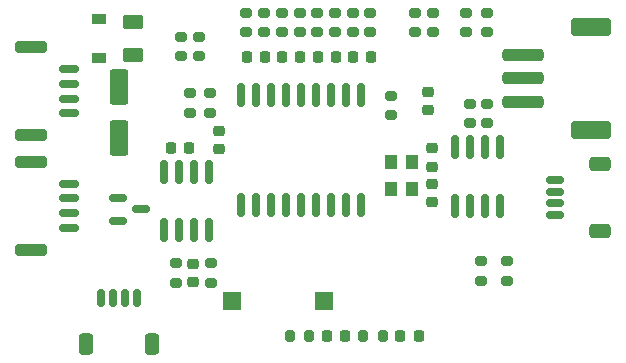
<source format=gtp>
G04 #@! TF.GenerationSoftware,KiCad,Pcbnew,6.0.11-2627ca5db0~126~ubuntu22.04.1*
G04 #@! TF.CreationDate,2023-08-09T03:56:25+02:00*
G04 #@! TF.ProjectId,OpenCyphalPicoBase,4f70656e-4379-4706-9861-6c5069636f42,0.3*
G04 #@! TF.SameCoordinates,PX55d4a80PY57bcf00*
G04 #@! TF.FileFunction,Paste,Top*
G04 #@! TF.FilePolarity,Positive*
%FSLAX46Y46*%
G04 Gerber Fmt 4.6, Leading zero omitted, Abs format (unit mm)*
G04 Created by KiCad (PCBNEW 6.0.11-2627ca5db0~126~ubuntu22.04.1) date 2023-08-09 03:56:25*
%MOMM*%
%LPD*%
G01*
G04 APERTURE LIST*
G04 Aperture macros list*
%AMRoundRect*
0 Rectangle with rounded corners*
0 $1 Rounding radius*
0 $2 $3 $4 $5 $6 $7 $8 $9 X,Y pos of 4 corners*
0 Add a 4 corners polygon primitive as box body*
4,1,4,$2,$3,$4,$5,$6,$7,$8,$9,$2,$3,0*
0 Add four circle primitives for the rounded corners*
1,1,$1+$1,$2,$3*
1,1,$1+$1,$4,$5*
1,1,$1+$1,$6,$7*
1,1,$1+$1,$8,$9*
0 Add four rect primitives between the rounded corners*
20,1,$1+$1,$2,$3,$4,$5,0*
20,1,$1+$1,$4,$5,$6,$7,0*
20,1,$1+$1,$6,$7,$8,$9,0*
20,1,$1+$1,$8,$9,$2,$3,0*%
G04 Aperture macros list end*
%ADD10RoundRect,0.200000X0.275000X-0.200000X0.275000X0.200000X-0.275000X0.200000X-0.275000X-0.200000X0*%
%ADD11RoundRect,0.150000X0.150000X-0.875000X0.150000X0.875000X-0.150000X0.875000X-0.150000X-0.875000X0*%
%ADD12RoundRect,0.225000X-0.250000X0.225000X-0.250000X-0.225000X0.250000X-0.225000X0.250000X0.225000X0*%
%ADD13RoundRect,0.225000X-0.225000X-0.250000X0.225000X-0.250000X0.225000X0.250000X-0.225000X0.250000X0*%
%ADD14RoundRect,0.200000X-0.275000X0.200000X-0.275000X-0.200000X0.275000X-0.200000X0.275000X0.200000X0*%
%ADD15RoundRect,0.150000X0.625000X-0.150000X0.625000X0.150000X-0.625000X0.150000X-0.625000X-0.150000X0*%
%ADD16RoundRect,0.250000X0.650000X-0.350000X0.650000X0.350000X-0.650000X0.350000X-0.650000X-0.350000X0*%
%ADD17RoundRect,0.150000X-0.150000X-0.625000X0.150000X-0.625000X0.150000X0.625000X-0.150000X0.625000X0*%
%ADD18RoundRect,0.250000X-0.350000X-0.650000X0.350000X-0.650000X0.350000X0.650000X-0.350000X0.650000X0*%
%ADD19R,1.200000X0.900000*%
%ADD20RoundRect,0.150000X0.150000X-0.825000X0.150000X0.825000X-0.150000X0.825000X-0.150000X-0.825000X0*%
%ADD21RoundRect,0.150000X-0.700000X0.150000X-0.700000X-0.150000X0.700000X-0.150000X0.700000X0.150000X0*%
%ADD22RoundRect,0.250000X-1.100000X0.250000X-1.100000X-0.250000X1.100000X-0.250000X1.100000X0.250000X0*%
%ADD23RoundRect,0.218750X0.218750X0.256250X-0.218750X0.256250X-0.218750X-0.256250X0.218750X-0.256250X0*%
%ADD24RoundRect,0.200000X-0.200000X-0.275000X0.200000X-0.275000X0.200000X0.275000X-0.200000X0.275000X0*%
%ADD25RoundRect,0.150000X-0.150000X0.825000X-0.150000X-0.825000X0.150000X-0.825000X0.150000X0.825000X0*%
%ADD26R,1.100000X1.300000*%
%ADD27RoundRect,0.225000X0.225000X0.250000X-0.225000X0.250000X-0.225000X-0.250000X0.225000X-0.250000X0*%
%ADD28R,1.500000X1.500000*%
%ADD29RoundRect,0.225000X0.250000X-0.225000X0.250000X0.225000X-0.250000X0.225000X-0.250000X-0.225000X0*%
%ADD30RoundRect,0.250000X1.500000X-0.250000X1.500000X0.250000X-1.500000X0.250000X-1.500000X-0.250000X0*%
%ADD31RoundRect,0.250001X1.449999X-0.499999X1.449999X0.499999X-1.449999X0.499999X-1.449999X-0.499999X0*%
%ADD32RoundRect,0.150000X-0.587500X-0.150000X0.587500X-0.150000X0.587500X0.150000X-0.587500X0.150000X0*%
%ADD33RoundRect,0.250000X0.625000X-0.375000X0.625000X0.375000X-0.625000X0.375000X-0.625000X-0.375000X0*%
%ADD34RoundRect,0.250000X-0.550000X1.250000X-0.550000X-1.250000X0.550000X-1.250000X0.550000X1.250000X0*%
G04 APERTURE END LIST*
D10*
X-10200000Y2975000D03*
X-10200000Y4625000D03*
D11*
X-5880000Y-4850000D03*
X-4610000Y-4850000D03*
X-3340000Y-4850000D03*
X-2070000Y-4850000D03*
X-800000Y-4850000D03*
X470000Y-4850000D03*
X1740000Y-4850000D03*
X3010000Y-4850000D03*
X4280000Y-4850000D03*
X4280000Y4450000D03*
X3010000Y4450000D03*
X1740000Y4450000D03*
X470000Y4450000D03*
X-800000Y4450000D03*
X-2070000Y4450000D03*
X-3340000Y4450000D03*
X-4610000Y4450000D03*
X-5880000Y4450000D03*
D12*
X-7700000Y1475000D03*
X-7700000Y-75000D03*
D13*
X-11775000Y0D03*
X-10225000Y0D03*
D14*
X6800000Y4425000D03*
X6800000Y2775000D03*
D10*
X-8500000Y2975000D03*
X-8500000Y4625000D03*
D12*
X10000000Y4775000D03*
X10000000Y3225000D03*
D15*
X20700000Y-5700000D03*
X20700000Y-4700000D03*
X20700000Y-3700000D03*
X20700000Y-2700000D03*
D16*
X24575000Y-7000000D03*
X24575000Y-1400000D03*
D17*
X-17700000Y-12700000D03*
X-16700000Y-12700000D03*
X-15700000Y-12700000D03*
X-14700000Y-12700000D03*
D18*
X-19000000Y-16575000D03*
X-13400000Y-16575000D03*
D19*
X-17900000Y10950000D03*
X-17900000Y7650000D03*
D20*
X12295000Y-4875000D03*
X13565000Y-4875000D03*
X14835000Y-4875000D03*
X16105000Y-4875000D03*
X16105000Y75000D03*
X14835000Y75000D03*
X13565000Y75000D03*
X12295000Y75000D03*
D14*
X13500000Y3725000D03*
X13500000Y2075000D03*
X15000000Y3725000D03*
X15000000Y2075000D03*
X16700000Y-9575000D03*
X16700000Y-11225000D03*
D10*
X14500000Y-11225000D03*
X14500000Y-9575000D03*
D21*
X-20450000Y-3025000D03*
X-20450000Y-4275000D03*
X-20450000Y-5525000D03*
X-20450000Y-6775000D03*
D22*
X-23650000Y-1175000D03*
X-23650000Y-8625000D03*
D23*
X9187500Y-15900000D03*
X7612500Y-15900000D03*
D24*
X4475000Y-15900000D03*
X6125000Y-15900000D03*
D25*
X-8595000Y-2025000D03*
X-9865000Y-2025000D03*
X-11135000Y-2025000D03*
X-12405000Y-2025000D03*
X-12405000Y-6975000D03*
X-11135000Y-6975000D03*
X-9865000Y-6975000D03*
X-8595000Y-6975000D03*
D26*
X6800000Y-1150000D03*
X6800000Y-3450000D03*
X8600000Y-3450000D03*
X8600000Y-1150000D03*
D21*
X-20450000Y6675000D03*
X-20450000Y5425000D03*
X-20450000Y4175000D03*
X-20450000Y2925000D03*
D22*
X-23650000Y1075000D03*
X-23650000Y8525000D03*
D12*
X-9900000Y-9825000D03*
X-9900000Y-11375000D03*
D10*
X-11400000Y-11425000D03*
X-11400000Y-9775000D03*
D14*
X-8400000Y-9775000D03*
X-8400000Y-11425000D03*
D24*
X-1725000Y-15900000D03*
X-75000Y-15900000D03*
D27*
X-3825000Y7700000D03*
X-5375000Y7700000D03*
X-825000Y7700000D03*
X-2375000Y7700000D03*
X2175000Y7700000D03*
X625000Y7700000D03*
X5175000Y7700000D03*
X3625000Y7700000D03*
D10*
X-5400000Y9775000D03*
X-5400000Y11425000D03*
X600000Y9775000D03*
X600000Y11425000D03*
X3600000Y9775000D03*
X3600000Y11425000D03*
D14*
X-900000Y11425000D03*
X-900000Y9775000D03*
X2100000Y11425000D03*
X2100000Y9775000D03*
X5100000Y11425000D03*
X5100000Y9775000D03*
X8900000Y11425000D03*
X8900000Y9775000D03*
X10400000Y11425000D03*
X10400000Y9775000D03*
X-9400000Y9425000D03*
X-9400000Y7775000D03*
X-10900000Y9425000D03*
X-10900000Y7775000D03*
X13200000Y11425000D03*
X13200000Y9775000D03*
X15000000Y11425000D03*
X15000000Y9775000D03*
D28*
X1200000Y-13000000D03*
X-6600000Y-13000000D03*
D14*
X-3900000Y11425000D03*
X-3900000Y9775000D03*
D29*
X10300000Y-1575000D03*
X10300000Y-25000D03*
D10*
X-2400000Y9775000D03*
X-2400000Y11425000D03*
D12*
X10300000Y-3025000D03*
X10300000Y-4575000D03*
D23*
X2987500Y-15900000D03*
X1412500Y-15900000D03*
D30*
X18050000Y3900000D03*
X18050000Y5900000D03*
X18050000Y7900000D03*
D31*
X23800000Y10250000D03*
X23800000Y1550000D03*
D32*
X-16237500Y-4250000D03*
X-16237500Y-6150000D03*
X-14362500Y-5200000D03*
D33*
X-15000000Y7900000D03*
X-15000000Y10700000D03*
D34*
X-16200000Y5200000D03*
X-16200000Y800000D03*
M02*

</source>
